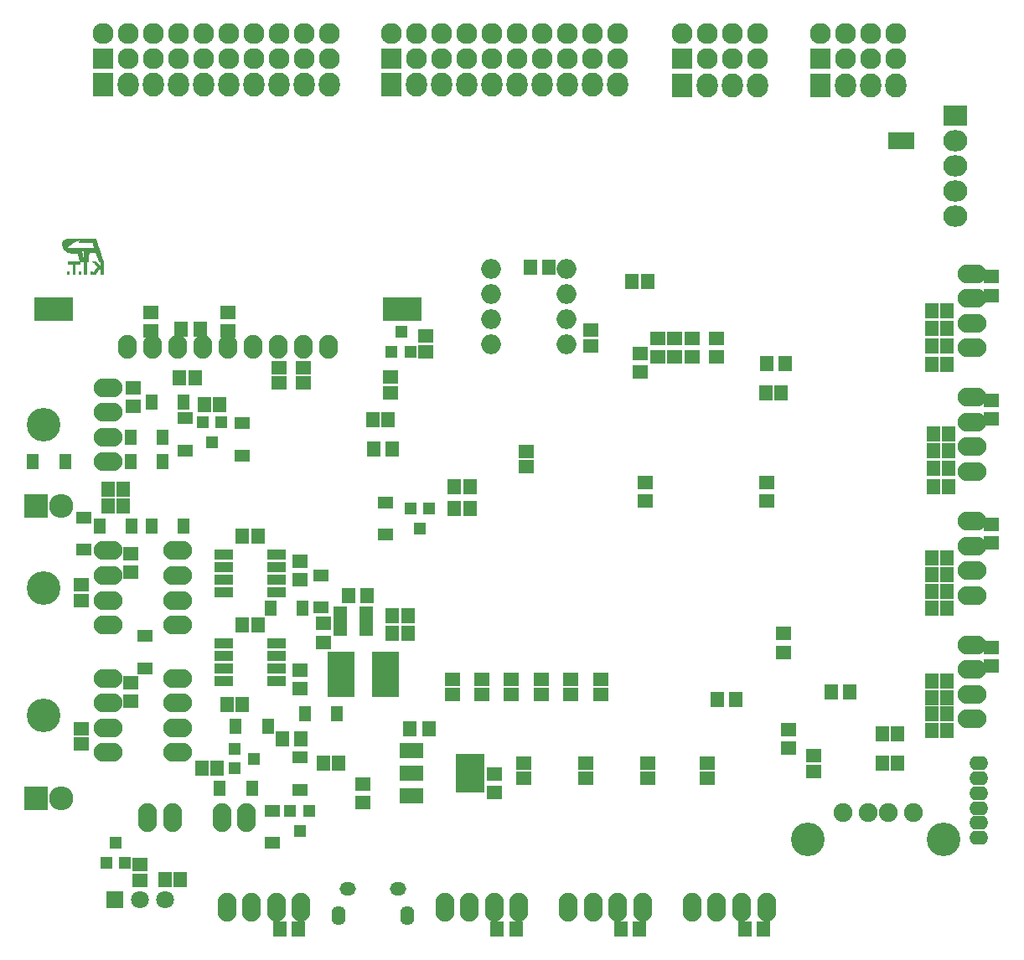
<source format=gbr>
G04 #@! TF.GenerationSoftware,KiCad,Pcbnew,(5.0.0)*
G04 #@! TF.CreationDate,2019-02-26T15:30:30+09:00*
G04 #@! TF.ProjectId,stm32f4_Centaurus,73746D333266345F43656E7461757275,rev?*
G04 #@! TF.SameCoordinates,Original*
G04 #@! TF.FileFunction,Soldermask,Bot*
G04 #@! TF.FilePolarity,Negative*
%FSLAX46Y46*%
G04 Gerber Fmt 4.6, Leading zero omitted, Abs format (unit mm)*
G04 Created by KiCad (PCBNEW (5.0.0)) date 02/26/19 15:30:30*
%MOMM*%
%LPD*%
G01*
G04 APERTURE LIST*
%ADD10C,0.010000*%
%ADD11O,2.900000X1.900000*%
%ADD12R,1.620000X1.310000*%
%ADD13R,1.600000X1.400000*%
%ADD14O,2.000000X2.000000*%
%ADD15O,2.127200X2.432000*%
%ADD16R,2.127200X2.432000*%
%ADD17R,2.127200X2.127200*%
%ADD18O,2.127200X2.127200*%
%ADD19C,3.400000*%
%ADD20R,1.400000X1.600000*%
%ADD21R,1.310000X1.620000*%
%ADD22R,2.800000X4.600000*%
%ADD23O,1.924000X1.400000*%
%ADD24C,1.901140*%
%ADD25C,3.399740*%
%ADD26R,2.400000X1.600000*%
%ADD27R,2.900000X3.900000*%
%ADD28O,1.650000X1.350000*%
%ADD29O,1.400000X1.950000*%
%ADD30O,1.900000X2.900000*%
%ADD31O,2.432000X2.127200*%
%ADD32R,2.432000X2.127200*%
%ADD33R,1.200100X1.200100*%
%ADD34R,1.400760X1.090880*%
%ADD35R,1.950000X1.000000*%
%ADD36R,2.432000X2.432000*%
%ADD37O,2.432000X2.432000*%
%ADD38R,1.365200X1.670000*%
%ADD39O,1.900000X2.400000*%
%ADD40R,3.900000X2.400000*%
%ADD41R,1.797000X1.797000*%
%ADD42C,1.797000*%
G04 APERTURE END LIST*
D10*
G04 #@! TO.C,U10*
G36*
X60353264Y-66966375D02*
X60261575Y-66966446D01*
X60174218Y-66966636D01*
X60092029Y-66966939D01*
X60015845Y-66967347D01*
X59946504Y-66967851D01*
X59884843Y-66968443D01*
X59831699Y-66969117D01*
X59787909Y-66969863D01*
X59754309Y-66970674D01*
X59731738Y-66971542D01*
X59721637Y-66972350D01*
X59695126Y-66976427D01*
X59668508Y-66980397D01*
X59655459Y-66982280D01*
X59622039Y-66989215D01*
X59582223Y-67000859D01*
X59540539Y-67015633D01*
X59501515Y-67031956D01*
X59474777Y-67045333D01*
X59421867Y-67081802D01*
X59376174Y-67127687D01*
X59338800Y-67181379D01*
X59310847Y-67241270D01*
X59293417Y-67305753D01*
X59292459Y-67311374D01*
X59289132Y-67331830D01*
X59971293Y-67333434D01*
X60653455Y-67335038D01*
X60680153Y-67413822D01*
X60688670Y-67438922D01*
X60700551Y-67473882D01*
X60715091Y-67516631D01*
X60731584Y-67565098D01*
X60749327Y-67617212D01*
X60767614Y-67670902D01*
X60779880Y-67706899D01*
X60796669Y-67756202D01*
X60812100Y-67801592D01*
X60825717Y-67841722D01*
X60837065Y-67875248D01*
X60845689Y-67900824D01*
X60851132Y-67917105D01*
X60852944Y-67922741D01*
X60846736Y-67922890D01*
X60828474Y-67923048D01*
X60798708Y-67923215D01*
X60757990Y-67923389D01*
X60706871Y-67923569D01*
X60645901Y-67923754D01*
X60575632Y-67923942D01*
X60496614Y-67924133D01*
X60409399Y-67924326D01*
X60314538Y-67924518D01*
X60212581Y-67924710D01*
X60104080Y-67924899D01*
X59989586Y-67925085D01*
X59869650Y-67925266D01*
X59744822Y-67925442D01*
X59615654Y-67925611D01*
X59482697Y-67925771D01*
X59374987Y-67925892D01*
X59239418Y-67926023D01*
X59107200Y-67926120D01*
X58978886Y-67926182D01*
X58855027Y-67926212D01*
X58736172Y-67926210D01*
X58622874Y-67926177D01*
X58515684Y-67926113D01*
X58415152Y-67926019D01*
X58321829Y-67925897D01*
X58236267Y-67925746D01*
X58159016Y-67925569D01*
X58090628Y-67925365D01*
X58031653Y-67925135D01*
X57982643Y-67924881D01*
X57944148Y-67924603D01*
X57916721Y-67924301D01*
X57900911Y-67923978D01*
X57896997Y-67923706D01*
X57901892Y-67917800D01*
X57915853Y-67905250D01*
X57937798Y-67886884D01*
X57966643Y-67863535D01*
X58001307Y-67836031D01*
X58040705Y-67805202D01*
X58083754Y-67771880D01*
X58129372Y-67736895D01*
X58176476Y-67701076D01*
X58223982Y-67665254D01*
X58270808Y-67630259D01*
X58315870Y-67596921D01*
X58358085Y-67566071D01*
X58396371Y-67538539D01*
X58429644Y-67515155D01*
X58432729Y-67513025D01*
X58477258Y-67482873D01*
X58528514Y-67449057D01*
X58583827Y-67413268D01*
X58640526Y-67377200D01*
X58695941Y-67342547D01*
X58747401Y-67311000D01*
X58792235Y-67284254D01*
X58807742Y-67275265D01*
X58842268Y-67255999D01*
X58883109Y-67234070D01*
X58927820Y-67210710D01*
X58973957Y-67187154D01*
X59019075Y-67164632D01*
X59060730Y-67144379D01*
X59096478Y-67127627D01*
X59123873Y-67115609D01*
X59126029Y-67114727D01*
X59148628Y-67105448D01*
X59167995Y-67097286D01*
X59179603Y-67092161D01*
X59210474Y-67078902D01*
X59249081Y-67064392D01*
X59293234Y-67049263D01*
X59340746Y-67034143D01*
X59389427Y-67019665D01*
X59437089Y-67006457D01*
X59481543Y-66995150D01*
X59520602Y-66986375D01*
X59552076Y-66980763D01*
X59572706Y-66978933D01*
X59586330Y-66977102D01*
X59592410Y-66972664D01*
X59592431Y-66972359D01*
X59586286Y-66971259D01*
X59568476Y-66970296D01*
X59539943Y-66969466D01*
X59501627Y-66968765D01*
X59454469Y-66968189D01*
X59399409Y-66967735D01*
X59337388Y-66967399D01*
X59269346Y-66967177D01*
X59196225Y-66967064D01*
X59118964Y-66967058D01*
X59038504Y-66967155D01*
X58955787Y-66967350D01*
X58871752Y-66967639D01*
X58787340Y-66968020D01*
X58703492Y-66968488D01*
X58621148Y-66969039D01*
X58541248Y-66969670D01*
X58464735Y-66970377D01*
X58392547Y-66971155D01*
X58325626Y-66972002D01*
X58264913Y-66972913D01*
X58211347Y-66973884D01*
X58165870Y-66974912D01*
X58129421Y-66975993D01*
X58102943Y-66977122D01*
X58087375Y-66978297D01*
X58086079Y-66978471D01*
X58008678Y-66992962D01*
X57934563Y-67012585D01*
X57865623Y-67036604D01*
X57803749Y-67064285D01*
X57750829Y-67094890D01*
X57713060Y-67123753D01*
X57669398Y-67170950D01*
X57633938Y-67226647D01*
X57607588Y-67289065D01*
X57591254Y-67356423D01*
X57589932Y-67365319D01*
X57587626Y-67390502D01*
X57586241Y-67423288D01*
X57585778Y-67459631D01*
X57586238Y-67495487D01*
X57587622Y-67526810D01*
X57589895Y-67549330D01*
X57607632Y-67634435D01*
X57633369Y-67720763D01*
X57666013Y-67805951D01*
X57704474Y-67887635D01*
X57747659Y-67963451D01*
X57794475Y-68031034D01*
X57833977Y-68077764D01*
X57888378Y-68129225D01*
X57952887Y-68177873D01*
X58028473Y-68224399D01*
X58073594Y-68248555D01*
X58134831Y-68278317D01*
X58192432Y-68302637D01*
X58249862Y-68322632D01*
X58310584Y-68339418D01*
X58378062Y-68354115D01*
X58430212Y-68363594D01*
X58446999Y-68366112D01*
X58466390Y-68368280D01*
X58489550Y-68370142D01*
X58517643Y-68371739D01*
X58551835Y-68373113D01*
X58593289Y-68374308D01*
X58643170Y-68375364D01*
X58702641Y-68376326D01*
X58772869Y-68377235D01*
X58819715Y-68377762D01*
X59146825Y-68381291D01*
X59179749Y-68504194D01*
X59192899Y-68553462D01*
X59207833Y-68609731D01*
X59224076Y-68671179D01*
X59241149Y-68735981D01*
X59258576Y-68802316D01*
X59275878Y-68868359D01*
X59292579Y-68932288D01*
X59308202Y-68992278D01*
X59322269Y-69046509D01*
X59334303Y-69093155D01*
X59343826Y-69130394D01*
X59347643Y-69145497D01*
X59368617Y-69229008D01*
X59582943Y-69229008D01*
X59797270Y-69229007D01*
X59797270Y-70480100D01*
X60017866Y-70480100D01*
X60017866Y-69229007D01*
X60119474Y-69229007D01*
X60221083Y-69229008D01*
X60224939Y-69161253D01*
X60225875Y-69139961D01*
X60226916Y-69107850D01*
X60228021Y-69066704D01*
X60229149Y-69018310D01*
X60230260Y-68964452D01*
X60231312Y-68906916D01*
X60232266Y-68847486D01*
X60232537Y-68828784D01*
X60233606Y-68758300D01*
X60234734Y-68699123D01*
X60236054Y-68649957D01*
X60237698Y-68609504D01*
X60239797Y-68576467D01*
X60242484Y-68549548D01*
X60245890Y-68527450D01*
X60250147Y-68508875D01*
X60255388Y-68492527D01*
X60261743Y-68477107D01*
X60269346Y-68461319D01*
X60270041Y-68459945D01*
X60298755Y-68415383D01*
X60335605Y-68379924D01*
X60375210Y-68355455D01*
X60395036Y-68345872D01*
X60413931Y-68337928D01*
X60433295Y-68331473D01*
X60454531Y-68326353D01*
X60479041Y-68322417D01*
X60508226Y-68319512D01*
X60543489Y-68317485D01*
X60586233Y-68316185D01*
X60637858Y-68315460D01*
X60699767Y-68315156D01*
X60746565Y-68315112D01*
X60985978Y-68315112D01*
X60994492Y-68335596D01*
X60998796Y-68347004D01*
X61006504Y-68368514D01*
X61016975Y-68398289D01*
X61029565Y-68434492D01*
X61043632Y-68475287D01*
X61056765Y-68513648D01*
X61073339Y-68562181D01*
X61092854Y-68619248D01*
X61114150Y-68681465D01*
X61136067Y-68745445D01*
X61157447Y-68807803D01*
X61177130Y-68865153D01*
X61177627Y-68866601D01*
X61203371Y-68941568D01*
X61225312Y-69005479D01*
X61243744Y-69059201D01*
X61258962Y-69103599D01*
X61271262Y-69139538D01*
X61280939Y-69167884D01*
X61288288Y-69189502D01*
X61293604Y-69205257D01*
X61297182Y-69216015D01*
X61299317Y-69222641D01*
X61300305Y-69226001D01*
X61300471Y-69226862D01*
X61306418Y-69227595D01*
X61322834Y-69228220D01*
X61347584Y-69228691D01*
X61378531Y-69228961D01*
X61398838Y-69229008D01*
X61436184Y-69229132D01*
X61462628Y-69229624D01*
X61479871Y-69230664D01*
X61489617Y-69232430D01*
X61493567Y-69235103D01*
X61493422Y-69238862D01*
X61493379Y-69238977D01*
X61492550Y-69247266D01*
X61491778Y-69266776D01*
X61491083Y-69296125D01*
X61490485Y-69333929D01*
X61490004Y-69378806D01*
X61489661Y-69429371D01*
X61489475Y-69484242D01*
X61489449Y-69508419D01*
X61489345Y-69767891D01*
X61402660Y-69679653D01*
X61377395Y-69653897D01*
X61345067Y-69620883D01*
X61307408Y-69582382D01*
X61266151Y-69540165D01*
X61223025Y-69496005D01*
X61179765Y-69451675D01*
X61147837Y-69418933D01*
X61109615Y-69379942D01*
X61073562Y-69343580D01*
X61040752Y-69310899D01*
X61012259Y-69282952D01*
X60989159Y-69260793D01*
X60972525Y-69245473D01*
X60963434Y-69238046D01*
X60962888Y-69237729D01*
X60951563Y-69234908D01*
X60930814Y-69232577D01*
X60902767Y-69230747D01*
X60869551Y-69229428D01*
X60833292Y-69228628D01*
X60796118Y-69228360D01*
X60760154Y-69228632D01*
X60727529Y-69229454D01*
X60700370Y-69230838D01*
X60680803Y-69232791D01*
X60670955Y-69235326D01*
X60670198Y-69236352D01*
X60674567Y-69241996D01*
X60687147Y-69255667D01*
X60707152Y-69276565D01*
X60733792Y-69303890D01*
X60766281Y-69336844D01*
X60803831Y-69374627D01*
X60845654Y-69416439D01*
X60890961Y-69461481D01*
X60933337Y-69503399D01*
X60988466Y-69557819D01*
X61035265Y-69604084D01*
X61074377Y-69642890D01*
X61106443Y-69674936D01*
X61132106Y-69700920D01*
X61152009Y-69721540D01*
X61166795Y-69737494D01*
X61177104Y-69749479D01*
X61183581Y-69758193D01*
X61186867Y-69764335D01*
X61187604Y-69768603D01*
X61186436Y-69771694D01*
X61184005Y-69774306D01*
X61183292Y-69774950D01*
X61174391Y-69784727D01*
X61160285Y-69802223D01*
X61143015Y-69824841D01*
X61126994Y-69846675D01*
X61104008Y-69878456D01*
X61078084Y-69914079D01*
X61053284Y-69947969D01*
X61042019Y-69963276D01*
X61021492Y-69991174D01*
X60996712Y-70024974D01*
X60970830Y-70060373D01*
X60947423Y-70092482D01*
X60924463Y-70124015D01*
X60900439Y-70156969D01*
X60878134Y-70187529D01*
X60860328Y-70211884D01*
X60859651Y-70212808D01*
X60842677Y-70236021D01*
X60820850Y-70265917D01*
X60796732Y-70298987D01*
X60772883Y-70331721D01*
X60767891Y-70338578D01*
X60746179Y-70368334D01*
X60725283Y-70396852D01*
X60707163Y-70421463D01*
X60693779Y-70439499D01*
X60690495Y-70443873D01*
X60679668Y-70460051D01*
X60673772Y-70472597D01*
X60673535Y-70477248D01*
X60681050Y-70479554D01*
X60698855Y-70481298D01*
X60724645Y-70482498D01*
X60756119Y-70483170D01*
X60790973Y-70483332D01*
X60826904Y-70483004D01*
X60861609Y-70482202D01*
X60892785Y-70480944D01*
X60918130Y-70479248D01*
X60935339Y-70477132D01*
X60941672Y-70475172D01*
X60949540Y-70466943D01*
X60962579Y-70451108D01*
X60978643Y-70430328D01*
X60988491Y-70417072D01*
X61009405Y-70388539D01*
X61032291Y-70357372D01*
X61053028Y-70329183D01*
X61057930Y-70322531D01*
X61071644Y-70303832D01*
X61091045Y-70277242D01*
X61114440Y-70245088D01*
X61140136Y-70209698D01*
X61166439Y-70173401D01*
X61171830Y-70165953D01*
X61214407Y-70107128D01*
X61250102Y-70057854D01*
X61279405Y-70017459D01*
X61302805Y-69985268D01*
X61320792Y-69960608D01*
X61333856Y-69942805D01*
X61341855Y-69932026D01*
X61354877Y-69914649D01*
X61425366Y-69982195D01*
X61495856Y-70049741D01*
X61495856Y-70476948D01*
X61722754Y-70476948D01*
X61722754Y-69237787D01*
X61570914Y-68787479D01*
X61544997Y-68710633D01*
X61519098Y-68633865D01*
X61493675Y-68558535D01*
X61469190Y-68486005D01*
X61446100Y-68417636D01*
X61424866Y-68354787D01*
X61405947Y-68298820D01*
X61389803Y-68251096D01*
X61376894Y-68212975D01*
X61375763Y-68209638D01*
X59900599Y-68209638D01*
X59874691Y-68247789D01*
X59859557Y-68272675D01*
X59843363Y-68303392D01*
X59829267Y-68333891D01*
X59827478Y-68338199D01*
X59819421Y-68358336D01*
X59812516Y-68377001D01*
X59806669Y-68395327D01*
X59801789Y-68414446D01*
X59797782Y-68435492D01*
X59794556Y-68459595D01*
X59792018Y-68487888D01*
X59790076Y-68521503D01*
X59788637Y-68561574D01*
X59787608Y-68609231D01*
X59786896Y-68665608D01*
X59786410Y-68731837D01*
X59786055Y-68809049D01*
X59785920Y-68846096D01*
X59785634Y-68911934D01*
X59785257Y-68973851D01*
X59784805Y-69030727D01*
X59784291Y-69081441D01*
X59783729Y-69124875D01*
X59783133Y-69159906D01*
X59782517Y-69185416D01*
X59781896Y-69200283D01*
X59781433Y-69203776D01*
X59778678Y-69198085D01*
X59773916Y-69182772D01*
X59767937Y-69160508D01*
X59764230Y-69145497D01*
X59757733Y-69118948D01*
X59748952Y-69083854D01*
X59738810Y-69043863D01*
X59728229Y-69002620D01*
X59722381Y-68980050D01*
X59711369Y-68937729D01*
X59699652Y-68892703D01*
X59688348Y-68849265D01*
X59678573Y-68811710D01*
X59674814Y-68797271D01*
X59654670Y-68720368D01*
X59632156Y-68635265D01*
X59608316Y-68545895D01*
X59586095Y-68463226D01*
X59577600Y-68431584D01*
X59566700Y-68390742D01*
X59554190Y-68343693D01*
X59540864Y-68293431D01*
X59527519Y-68242948D01*
X59519957Y-68214268D01*
X59507680Y-68167749D01*
X59495602Y-68122156D01*
X59484355Y-68079866D01*
X59474574Y-68043253D01*
X59466889Y-68014696D01*
X59462920Y-68000128D01*
X59456506Y-67976166D01*
X59451837Y-67957435D01*
X59449603Y-67946765D01*
X59449568Y-67945354D01*
X59453743Y-67949355D01*
X59463781Y-67961205D01*
X59477884Y-67978746D01*
X59485436Y-67988382D01*
X59542918Y-68053137D01*
X59606012Y-68107012D01*
X59674238Y-68149728D01*
X59747117Y-68181009D01*
X59824171Y-68200577D01*
X59859671Y-68205445D01*
X59900599Y-68209638D01*
X61375763Y-68209638D01*
X61369851Y-68192209D01*
X61335128Y-68089997D01*
X61302444Y-67993875D01*
X61272121Y-67904797D01*
X61244486Y-67823713D01*
X61219861Y-67751575D01*
X61198572Y-67689334D01*
X61180943Y-67637943D01*
X61178647Y-67631266D01*
X61169060Y-67603318D01*
X61156057Y-67565299D01*
X61140275Y-67519075D01*
X61122350Y-67466514D01*
X61102919Y-67409480D01*
X61082616Y-67349840D01*
X61062080Y-67289459D01*
X61052638Y-67261681D01*
X61033569Y-67205731D01*
X61015536Y-67153139D01*
X60998983Y-67105175D01*
X60984353Y-67063113D01*
X60972090Y-67028222D01*
X60962639Y-67001776D01*
X60956442Y-66985045D01*
X60954196Y-66979634D01*
X60947075Y-66966328D01*
X60353264Y-66966375D01*
X60353264Y-66966375D01*
G37*
X60353264Y-66966375D02*
X60261575Y-66966446D01*
X60174218Y-66966636D01*
X60092029Y-66966939D01*
X60015845Y-66967347D01*
X59946504Y-66967851D01*
X59884843Y-66968443D01*
X59831699Y-66969117D01*
X59787909Y-66969863D01*
X59754309Y-66970674D01*
X59731738Y-66971542D01*
X59721637Y-66972350D01*
X59695126Y-66976427D01*
X59668508Y-66980397D01*
X59655459Y-66982280D01*
X59622039Y-66989215D01*
X59582223Y-67000859D01*
X59540539Y-67015633D01*
X59501515Y-67031956D01*
X59474777Y-67045333D01*
X59421867Y-67081802D01*
X59376174Y-67127687D01*
X59338800Y-67181379D01*
X59310847Y-67241270D01*
X59293417Y-67305753D01*
X59292459Y-67311374D01*
X59289132Y-67331830D01*
X59971293Y-67333434D01*
X60653455Y-67335038D01*
X60680153Y-67413822D01*
X60688670Y-67438922D01*
X60700551Y-67473882D01*
X60715091Y-67516631D01*
X60731584Y-67565098D01*
X60749327Y-67617212D01*
X60767614Y-67670902D01*
X60779880Y-67706899D01*
X60796669Y-67756202D01*
X60812100Y-67801592D01*
X60825717Y-67841722D01*
X60837065Y-67875248D01*
X60845689Y-67900824D01*
X60851132Y-67917105D01*
X60852944Y-67922741D01*
X60846736Y-67922890D01*
X60828474Y-67923048D01*
X60798708Y-67923215D01*
X60757990Y-67923389D01*
X60706871Y-67923569D01*
X60645901Y-67923754D01*
X60575632Y-67923942D01*
X60496614Y-67924133D01*
X60409399Y-67924326D01*
X60314538Y-67924518D01*
X60212581Y-67924710D01*
X60104080Y-67924899D01*
X59989586Y-67925085D01*
X59869650Y-67925266D01*
X59744822Y-67925442D01*
X59615654Y-67925611D01*
X59482697Y-67925771D01*
X59374987Y-67925892D01*
X59239418Y-67926023D01*
X59107200Y-67926120D01*
X58978886Y-67926182D01*
X58855027Y-67926212D01*
X58736172Y-67926210D01*
X58622874Y-67926177D01*
X58515684Y-67926113D01*
X58415152Y-67926019D01*
X58321829Y-67925897D01*
X58236267Y-67925746D01*
X58159016Y-67925569D01*
X58090628Y-67925365D01*
X58031653Y-67925135D01*
X57982643Y-67924881D01*
X57944148Y-67924603D01*
X57916721Y-67924301D01*
X57900911Y-67923978D01*
X57896997Y-67923706D01*
X57901892Y-67917800D01*
X57915853Y-67905250D01*
X57937798Y-67886884D01*
X57966643Y-67863535D01*
X58001307Y-67836031D01*
X58040705Y-67805202D01*
X58083754Y-67771880D01*
X58129372Y-67736895D01*
X58176476Y-67701076D01*
X58223982Y-67665254D01*
X58270808Y-67630259D01*
X58315870Y-67596921D01*
X58358085Y-67566071D01*
X58396371Y-67538539D01*
X58429644Y-67515155D01*
X58432729Y-67513025D01*
X58477258Y-67482873D01*
X58528514Y-67449057D01*
X58583827Y-67413268D01*
X58640526Y-67377200D01*
X58695941Y-67342547D01*
X58747401Y-67311000D01*
X58792235Y-67284254D01*
X58807742Y-67275265D01*
X58842268Y-67255999D01*
X58883109Y-67234070D01*
X58927820Y-67210710D01*
X58973957Y-67187154D01*
X59019075Y-67164632D01*
X59060730Y-67144379D01*
X59096478Y-67127627D01*
X59123873Y-67115609D01*
X59126029Y-67114727D01*
X59148628Y-67105448D01*
X59167995Y-67097286D01*
X59179603Y-67092161D01*
X59210474Y-67078902D01*
X59249081Y-67064392D01*
X59293234Y-67049263D01*
X59340746Y-67034143D01*
X59389427Y-67019665D01*
X59437089Y-67006457D01*
X59481543Y-66995150D01*
X59520602Y-66986375D01*
X59552076Y-66980763D01*
X59572706Y-66978933D01*
X59586330Y-66977102D01*
X59592410Y-66972664D01*
X59592431Y-66972359D01*
X59586286Y-66971259D01*
X59568476Y-66970296D01*
X59539943Y-66969466D01*
X59501627Y-66968765D01*
X59454469Y-66968189D01*
X59399409Y-66967735D01*
X59337388Y-66967399D01*
X59269346Y-66967177D01*
X59196225Y-66967064D01*
X59118964Y-66967058D01*
X59038504Y-66967155D01*
X58955787Y-66967350D01*
X58871752Y-66967639D01*
X58787340Y-66968020D01*
X58703492Y-66968488D01*
X58621148Y-66969039D01*
X58541248Y-66969670D01*
X58464735Y-66970377D01*
X58392547Y-66971155D01*
X58325626Y-66972002D01*
X58264913Y-66972913D01*
X58211347Y-66973884D01*
X58165870Y-66974912D01*
X58129421Y-66975993D01*
X58102943Y-66977122D01*
X58087375Y-66978297D01*
X58086079Y-66978471D01*
X58008678Y-66992962D01*
X57934563Y-67012585D01*
X57865623Y-67036604D01*
X57803749Y-67064285D01*
X57750829Y-67094890D01*
X57713060Y-67123753D01*
X57669398Y-67170950D01*
X57633938Y-67226647D01*
X57607588Y-67289065D01*
X57591254Y-67356423D01*
X57589932Y-67365319D01*
X57587626Y-67390502D01*
X57586241Y-67423288D01*
X57585778Y-67459631D01*
X57586238Y-67495487D01*
X57587622Y-67526810D01*
X57589895Y-67549330D01*
X57607632Y-67634435D01*
X57633369Y-67720763D01*
X57666013Y-67805951D01*
X57704474Y-67887635D01*
X57747659Y-67963451D01*
X57794475Y-68031034D01*
X57833977Y-68077764D01*
X57888378Y-68129225D01*
X57952887Y-68177873D01*
X58028473Y-68224399D01*
X58073594Y-68248555D01*
X58134831Y-68278317D01*
X58192432Y-68302637D01*
X58249862Y-68322632D01*
X58310584Y-68339418D01*
X58378062Y-68354115D01*
X58430212Y-68363594D01*
X58446999Y-68366112D01*
X58466390Y-68368280D01*
X58489550Y-68370142D01*
X58517643Y-68371739D01*
X58551835Y-68373113D01*
X58593289Y-68374308D01*
X58643170Y-68375364D01*
X58702641Y-68376326D01*
X58772869Y-68377235D01*
X58819715Y-68377762D01*
X59146825Y-68381291D01*
X59179749Y-68504194D01*
X59192899Y-68553462D01*
X59207833Y-68609731D01*
X59224076Y-68671179D01*
X59241149Y-68735981D01*
X59258576Y-68802316D01*
X59275878Y-68868359D01*
X59292579Y-68932288D01*
X59308202Y-68992278D01*
X59322269Y-69046509D01*
X59334303Y-69093155D01*
X59343826Y-69130394D01*
X59347643Y-69145497D01*
X59368617Y-69229008D01*
X59582943Y-69229008D01*
X59797270Y-69229007D01*
X59797270Y-70480100D01*
X60017866Y-70480100D01*
X60017866Y-69229007D01*
X60119474Y-69229007D01*
X60221083Y-69229008D01*
X60224939Y-69161253D01*
X60225875Y-69139961D01*
X60226916Y-69107850D01*
X60228021Y-69066704D01*
X60229149Y-69018310D01*
X60230260Y-68964452D01*
X60231312Y-68906916D01*
X60232266Y-68847486D01*
X60232537Y-68828784D01*
X60233606Y-68758300D01*
X60234734Y-68699123D01*
X60236054Y-68649957D01*
X60237698Y-68609504D01*
X60239797Y-68576467D01*
X60242484Y-68549548D01*
X60245890Y-68527450D01*
X60250147Y-68508875D01*
X60255388Y-68492527D01*
X60261743Y-68477107D01*
X60269346Y-68461319D01*
X60270041Y-68459945D01*
X60298755Y-68415383D01*
X60335605Y-68379924D01*
X60375210Y-68355455D01*
X60395036Y-68345872D01*
X60413931Y-68337928D01*
X60433295Y-68331473D01*
X60454531Y-68326353D01*
X60479041Y-68322417D01*
X60508226Y-68319512D01*
X60543489Y-68317485D01*
X60586233Y-68316185D01*
X60637858Y-68315460D01*
X60699767Y-68315156D01*
X60746565Y-68315112D01*
X60985978Y-68315112D01*
X60994492Y-68335596D01*
X60998796Y-68347004D01*
X61006504Y-68368514D01*
X61016975Y-68398289D01*
X61029565Y-68434492D01*
X61043632Y-68475287D01*
X61056765Y-68513648D01*
X61073339Y-68562181D01*
X61092854Y-68619248D01*
X61114150Y-68681465D01*
X61136067Y-68745445D01*
X61157447Y-68807803D01*
X61177130Y-68865153D01*
X61177627Y-68866601D01*
X61203371Y-68941568D01*
X61225312Y-69005479D01*
X61243744Y-69059201D01*
X61258962Y-69103599D01*
X61271262Y-69139538D01*
X61280939Y-69167884D01*
X61288288Y-69189502D01*
X61293604Y-69205257D01*
X61297182Y-69216015D01*
X61299317Y-69222641D01*
X61300305Y-69226001D01*
X61300471Y-69226862D01*
X61306418Y-69227595D01*
X61322834Y-69228220D01*
X61347584Y-69228691D01*
X61378531Y-69228961D01*
X61398838Y-69229008D01*
X61436184Y-69229132D01*
X61462628Y-69229624D01*
X61479871Y-69230664D01*
X61489617Y-69232430D01*
X61493567Y-69235103D01*
X61493422Y-69238862D01*
X61493379Y-69238977D01*
X61492550Y-69247266D01*
X61491778Y-69266776D01*
X61491083Y-69296125D01*
X61490485Y-69333929D01*
X61490004Y-69378806D01*
X61489661Y-69429371D01*
X61489475Y-69484242D01*
X61489449Y-69508419D01*
X61489345Y-69767891D01*
X61402660Y-69679653D01*
X61377395Y-69653897D01*
X61345067Y-69620883D01*
X61307408Y-69582382D01*
X61266151Y-69540165D01*
X61223025Y-69496005D01*
X61179765Y-69451675D01*
X61147837Y-69418933D01*
X61109615Y-69379942D01*
X61073562Y-69343580D01*
X61040752Y-69310899D01*
X61012259Y-69282952D01*
X60989159Y-69260793D01*
X60972525Y-69245473D01*
X60963434Y-69238046D01*
X60962888Y-69237729D01*
X60951563Y-69234908D01*
X60930814Y-69232577D01*
X60902767Y-69230747D01*
X60869551Y-69229428D01*
X60833292Y-69228628D01*
X60796118Y-69228360D01*
X60760154Y-69228632D01*
X60727529Y-69229454D01*
X60700370Y-69230838D01*
X60680803Y-69232791D01*
X60670955Y-69235326D01*
X60670198Y-69236352D01*
X60674567Y-69241996D01*
X60687147Y-69255667D01*
X60707152Y-69276565D01*
X60733792Y-69303890D01*
X60766281Y-69336844D01*
X60803831Y-69374627D01*
X60845654Y-69416439D01*
X60890961Y-69461481D01*
X60933337Y-69503399D01*
X60988466Y-69557819D01*
X61035265Y-69604084D01*
X61074377Y-69642890D01*
X61106443Y-69674936D01*
X61132106Y-69700920D01*
X61152009Y-69721540D01*
X61166795Y-69737494D01*
X61177104Y-69749479D01*
X61183581Y-69758193D01*
X61186867Y-69764335D01*
X61187604Y-69768603D01*
X61186436Y-69771694D01*
X61184005Y-69774306D01*
X61183292Y-69774950D01*
X61174391Y-69784727D01*
X61160285Y-69802223D01*
X61143015Y-69824841D01*
X61126994Y-69846675D01*
X61104008Y-69878456D01*
X61078084Y-69914079D01*
X61053284Y-69947969D01*
X61042019Y-69963276D01*
X61021492Y-69991174D01*
X60996712Y-70024974D01*
X60970830Y-70060373D01*
X60947423Y-70092482D01*
X60924463Y-70124015D01*
X60900439Y-70156969D01*
X60878134Y-70187529D01*
X60860328Y-70211884D01*
X60859651Y-70212808D01*
X60842677Y-70236021D01*
X60820850Y-70265917D01*
X60796732Y-70298987D01*
X60772883Y-70331721D01*
X60767891Y-70338578D01*
X60746179Y-70368334D01*
X60725283Y-70396852D01*
X60707163Y-70421463D01*
X60693779Y-70439499D01*
X60690495Y-70443873D01*
X60679668Y-70460051D01*
X60673772Y-70472597D01*
X60673535Y-70477248D01*
X60681050Y-70479554D01*
X60698855Y-70481298D01*
X60724645Y-70482498D01*
X60756119Y-70483170D01*
X60790973Y-70483332D01*
X60826904Y-70483004D01*
X60861609Y-70482202D01*
X60892785Y-70480944D01*
X60918130Y-70479248D01*
X60935339Y-70477132D01*
X60941672Y-70475172D01*
X60949540Y-70466943D01*
X60962579Y-70451108D01*
X60978643Y-70430328D01*
X60988491Y-70417072D01*
X61009405Y-70388539D01*
X61032291Y-70357372D01*
X61053028Y-70329183D01*
X61057930Y-70322531D01*
X61071644Y-70303832D01*
X61091045Y-70277242D01*
X61114440Y-70245088D01*
X61140136Y-70209698D01*
X61166439Y-70173401D01*
X61171830Y-70165953D01*
X61214407Y-70107128D01*
X61250102Y-70057854D01*
X61279405Y-70017459D01*
X61302805Y-69985268D01*
X61320792Y-69960608D01*
X61333856Y-69942805D01*
X61341855Y-69932026D01*
X61354877Y-69914649D01*
X61425366Y-69982195D01*
X61495856Y-70049741D01*
X61495856Y-70476948D01*
X61722754Y-70476948D01*
X61722754Y-69237787D01*
X61570914Y-68787479D01*
X61544997Y-68710633D01*
X61519098Y-68633865D01*
X61493675Y-68558535D01*
X61469190Y-68486005D01*
X61446100Y-68417636D01*
X61424866Y-68354787D01*
X61405947Y-68298820D01*
X61389803Y-68251096D01*
X61376894Y-68212975D01*
X61375763Y-68209638D01*
X59900599Y-68209638D01*
X59874691Y-68247789D01*
X59859557Y-68272675D01*
X59843363Y-68303392D01*
X59829267Y-68333891D01*
X59827478Y-68338199D01*
X59819421Y-68358336D01*
X59812516Y-68377001D01*
X59806669Y-68395327D01*
X59801789Y-68414446D01*
X59797782Y-68435492D01*
X59794556Y-68459595D01*
X59792018Y-68487888D01*
X59790076Y-68521503D01*
X59788637Y-68561574D01*
X59787608Y-68609231D01*
X59786896Y-68665608D01*
X59786410Y-68731837D01*
X59786055Y-68809049D01*
X59785920Y-68846096D01*
X59785634Y-68911934D01*
X59785257Y-68973851D01*
X59784805Y-69030727D01*
X59784291Y-69081441D01*
X59783729Y-69124875D01*
X59783133Y-69159906D01*
X59782517Y-69185416D01*
X59781896Y-69200283D01*
X59781433Y-69203776D01*
X59778678Y-69198085D01*
X59773916Y-69182772D01*
X59767937Y-69160508D01*
X59764230Y-69145497D01*
X59757733Y-69118948D01*
X59748952Y-69083854D01*
X59738810Y-69043863D01*
X59728229Y-69002620D01*
X59722381Y-68980050D01*
X59711369Y-68937729D01*
X59699652Y-68892703D01*
X59688348Y-68849265D01*
X59678573Y-68811710D01*
X59674814Y-68797271D01*
X59654670Y-68720368D01*
X59632156Y-68635265D01*
X59608316Y-68545895D01*
X59586095Y-68463226D01*
X59577600Y-68431584D01*
X59566700Y-68390742D01*
X59554190Y-68343693D01*
X59540864Y-68293431D01*
X59527519Y-68242948D01*
X59519957Y-68214268D01*
X59507680Y-68167749D01*
X59495602Y-68122156D01*
X59484355Y-68079866D01*
X59474574Y-68043253D01*
X59466889Y-68014696D01*
X59462920Y-68000128D01*
X59456506Y-67976166D01*
X59451837Y-67957435D01*
X59449603Y-67946765D01*
X59449568Y-67945354D01*
X59453743Y-67949355D01*
X59463781Y-67961205D01*
X59477884Y-67978746D01*
X59485436Y-67988382D01*
X59542918Y-68053137D01*
X59606012Y-68107012D01*
X59674238Y-68149728D01*
X59747117Y-68181009D01*
X59824171Y-68200577D01*
X59859671Y-68205445D01*
X59900599Y-68209638D01*
X61375763Y-68209638D01*
X61369851Y-68192209D01*
X61335128Y-68089997D01*
X61302444Y-67993875D01*
X61272121Y-67904797D01*
X61244486Y-67823713D01*
X61219861Y-67751575D01*
X61198572Y-67689334D01*
X61180943Y-67637943D01*
X61178647Y-67631266D01*
X61169060Y-67603318D01*
X61156057Y-67565299D01*
X61140275Y-67519075D01*
X61122350Y-67466514D01*
X61102919Y-67409480D01*
X61082616Y-67349840D01*
X61062080Y-67289459D01*
X61052638Y-67261681D01*
X61033569Y-67205731D01*
X61015536Y-67153139D01*
X60998983Y-67105175D01*
X60984353Y-67063113D01*
X60972090Y-67028222D01*
X60962639Y-67001776D01*
X60956442Y-66985045D01*
X60954196Y-66979634D01*
X60947075Y-66966328D01*
X60353264Y-66966375D01*
G36*
X60424125Y-70483251D02*
X60651556Y-70483251D01*
X60649848Y-70358772D01*
X60648139Y-70234293D01*
X60427543Y-70234293D01*
X60424125Y-70483251D01*
X60424125Y-70483251D01*
G37*
X60424125Y-70483251D02*
X60651556Y-70483251D01*
X60649848Y-70358772D01*
X60648139Y-70234293D01*
X60427543Y-70234293D01*
X60424125Y-70483251D01*
G36*
X59245781Y-70483251D02*
X59359428Y-70483251D01*
X59402419Y-70483030D01*
X59434168Y-70482306D01*
X59456031Y-70480984D01*
X59469365Y-70478970D01*
X59475526Y-70476170D01*
X59476180Y-70475161D01*
X59477087Y-70466491D01*
X59477697Y-70447404D01*
X59477983Y-70420082D01*
X59477922Y-70386709D01*
X59477558Y-70353833D01*
X59475831Y-70240596D01*
X59245781Y-70237160D01*
X59245781Y-70483251D01*
X59245781Y-70483251D01*
G37*
X59245781Y-70483251D02*
X59359428Y-70483251D01*
X59402419Y-70483030D01*
X59434168Y-70482306D01*
X59456031Y-70480984D01*
X59469365Y-70478970D01*
X59475526Y-70476170D01*
X59476180Y-70475161D01*
X59477087Y-70466491D01*
X59477697Y-70447404D01*
X59477983Y-70420082D01*
X59477922Y-70386709D01*
X59477558Y-70353833D01*
X59475831Y-70240596D01*
X59245781Y-70237160D01*
X59245781Y-70483251D01*
G36*
X58771501Y-69230551D02*
X58183771Y-69232159D01*
X58183771Y-69465360D01*
X58418548Y-69467013D01*
X58653325Y-69468665D01*
X58653325Y-69968395D01*
X58653370Y-70064941D01*
X58653513Y-70149511D01*
X58653763Y-70222734D01*
X58654129Y-70285239D01*
X58654620Y-70337655D01*
X58655246Y-70380610D01*
X58656016Y-70414734D01*
X58656940Y-70440656D01*
X58658027Y-70459004D01*
X58659287Y-70470408D01*
X58660728Y-70475496D01*
X58660888Y-70475688D01*
X58669422Y-70478920D01*
X58688092Y-70481220D01*
X58717651Y-70482638D01*
X58758853Y-70483227D01*
X58770964Y-70483251D01*
X58809271Y-70483150D01*
X58836888Y-70482703D01*
X58855730Y-70481696D01*
X58867709Y-70479916D01*
X58874742Y-70477148D01*
X58878742Y-70473179D01*
X58880001Y-70471060D01*
X58881400Y-70461991D01*
X58882631Y-70440340D01*
X58883694Y-70406131D01*
X58884588Y-70359385D01*
X58885314Y-70300126D01*
X58885870Y-70228375D01*
X58886257Y-70144157D01*
X58886474Y-70047494D01*
X58886526Y-69963690D01*
X58886526Y-69468511D01*
X59113874Y-69468511D01*
X59175101Y-69468439D01*
X59224892Y-69468192D01*
X59264415Y-69467725D01*
X59294838Y-69466995D01*
X59317331Y-69465956D01*
X59333061Y-69464564D01*
X59343197Y-69462776D01*
X59348908Y-69460545D01*
X59350227Y-69459508D01*
X59353634Y-69453512D01*
X59356110Y-69442257D01*
X59357778Y-69424096D01*
X59358764Y-69397381D01*
X59359189Y-69360467D01*
X59359230Y-69339723D01*
X59359230Y-69228943D01*
X58771501Y-69230551D01*
X58771501Y-69230551D01*
G37*
X58771501Y-69230551D02*
X58183771Y-69232159D01*
X58183771Y-69465360D01*
X58418548Y-69467013D01*
X58653325Y-69468665D01*
X58653325Y-69968395D01*
X58653370Y-70064941D01*
X58653513Y-70149511D01*
X58653763Y-70222734D01*
X58654129Y-70285239D01*
X58654620Y-70337655D01*
X58655246Y-70380610D01*
X58656016Y-70414734D01*
X58656940Y-70440656D01*
X58658027Y-70459004D01*
X58659287Y-70470408D01*
X58660728Y-70475496D01*
X58660888Y-70475688D01*
X58669422Y-70478920D01*
X58688092Y-70481220D01*
X58717651Y-70482638D01*
X58758853Y-70483227D01*
X58770964Y-70483251D01*
X58809271Y-70483150D01*
X58836888Y-70482703D01*
X58855730Y-70481696D01*
X58867709Y-70479916D01*
X58874742Y-70477148D01*
X58878742Y-70473179D01*
X58880001Y-70471060D01*
X58881400Y-70461991D01*
X58882631Y-70440340D01*
X58883694Y-70406131D01*
X58884588Y-70359385D01*
X58885314Y-70300126D01*
X58885870Y-70228375D01*
X58886257Y-70144157D01*
X58886474Y-70047494D01*
X58886526Y-69963690D01*
X58886526Y-69468511D01*
X59113874Y-69468511D01*
X59175101Y-69468439D01*
X59224892Y-69468192D01*
X59264415Y-69467725D01*
X59294838Y-69466995D01*
X59317331Y-69465956D01*
X59333061Y-69464564D01*
X59343197Y-69462776D01*
X59348908Y-69460545D01*
X59350227Y-69459508D01*
X59353634Y-69453512D01*
X59356110Y-69442257D01*
X59357778Y-69424096D01*
X59358764Y-69397381D01*
X59359189Y-69360467D01*
X59359230Y-69339723D01*
X59359230Y-69228943D01*
X58771501Y-69230551D01*
G36*
X58073543Y-70336712D02*
X58073814Y-70372841D01*
X58074514Y-70406325D01*
X58075551Y-70434309D01*
X58076833Y-70453936D01*
X58077519Y-70459616D01*
X58081426Y-70483251D01*
X58294069Y-70483251D01*
X58294069Y-70237444D01*
X58073474Y-70237444D01*
X58073543Y-70336712D01*
X58073543Y-70336712D01*
G37*
X58073543Y-70336712D02*
X58073814Y-70372841D01*
X58074514Y-70406325D01*
X58075551Y-70434309D01*
X58076833Y-70453936D01*
X58077519Y-70459616D01*
X58081426Y-70483251D01*
X58294069Y-70483251D01*
X58294069Y-70237444D01*
X58073474Y-70237444D01*
X58073543Y-70336712D01*
G04 #@! TD*
D11*
G04 #@! TO.C,P11*
X69250000Y-98500000D03*
X69250000Y-101000000D03*
X69250000Y-103500000D03*
X69250000Y-106000000D03*
G04 #@! TD*
D12*
G04 #@! TO.C,D31*
X75750000Y-85615000D03*
X75750000Y-88885000D03*
G04 #@! TD*
D13*
G04 #@! TO.C,R63*
X104500000Y-90030000D03*
X104500000Y-88470000D03*
G04 #@! TD*
G04 #@! TO.C,R41*
X59500000Y-116470000D03*
X59500000Y-118030000D03*
G04 #@! TD*
D14*
G04 #@! TO.C,U12*
X100950000Y-69990000D03*
X100950000Y-72530000D03*
X100950000Y-75070000D03*
X100950000Y-77610000D03*
X108570000Y-77610000D03*
X108570000Y-75070000D03*
X108570000Y-72530000D03*
X108570000Y-69990000D03*
G04 #@! TD*
D13*
G04 #@! TO.C,R52*
X82000000Y-81530000D03*
X82000000Y-79970000D03*
G04 #@! TD*
D15*
G04 #@! TO.C,P28*
X127870000Y-51500000D03*
X125330000Y-51500000D03*
X122790000Y-51500000D03*
D16*
X120250000Y-51500000D03*
G04 #@! TD*
D17*
G04 #@! TO.C,P31*
X134250000Y-48750000D03*
D18*
X134250000Y-46210000D03*
X136790000Y-48750000D03*
X136790000Y-46210000D03*
X139330000Y-48750000D03*
X139330000Y-46210000D03*
X141870000Y-48750000D03*
X141870000Y-46210000D03*
G04 #@! TD*
D16*
G04 #@! TO.C,P29*
X134250000Y-51500000D03*
D15*
X136790000Y-51500000D03*
X139330000Y-51500000D03*
X141870000Y-51500000D03*
G04 #@! TD*
D18*
G04 #@! TO.C,P30*
X127870000Y-46210000D03*
X127870000Y-48750000D03*
X125330000Y-46210000D03*
X125330000Y-48750000D03*
X122790000Y-46210000D03*
X122790000Y-48750000D03*
X120250000Y-46210000D03*
D17*
X120250000Y-48750000D03*
G04 #@! TD*
D13*
G04 #@! TO.C,C35*
X123750000Y-78930000D03*
X123750000Y-77050000D03*
G04 #@! TD*
D19*
G04 #@! TO.C,P14*
X55750000Y-115150000D03*
D11*
X62250000Y-118900000D03*
X62250000Y-116400000D03*
X62250000Y-113900000D03*
X62250000Y-111400000D03*
G04 #@! TD*
D20*
G04 #@! TO.C,C1*
X123800000Y-113500000D03*
X125680000Y-113500000D03*
G04 #@! TD*
G04 #@! TO.C,C2*
X135320000Y-112750000D03*
X137200000Y-112750000D03*
G04 #@! TD*
D13*
G04 #@! TO.C,C3*
X130500000Y-106870000D03*
X130500000Y-108750000D03*
G04 #@! TD*
G04 #@! TO.C,C4*
X131000000Y-116570000D03*
X131000000Y-118450000D03*
G04 #@! TD*
D20*
G04 #@! TO.C,C5*
X81700000Y-117500000D03*
X79820000Y-117500000D03*
G04 #@! TD*
G04 #@! TO.C,C6*
X92750000Y-116500000D03*
X94630000Y-116500000D03*
G04 #@! TD*
D13*
G04 #@! TO.C,C7*
X101250000Y-122930000D03*
X101250000Y-121050000D03*
G04 #@! TD*
G04 #@! TO.C,C8*
X151500000Y-97680000D03*
X151500000Y-95800000D03*
G04 #@! TD*
G04 #@! TO.C,C9*
X151500000Y-85180000D03*
X151500000Y-83300000D03*
G04 #@! TD*
G04 #@! TO.C,C10*
X88000000Y-122050000D03*
X88000000Y-123930000D03*
G04 #@! TD*
D20*
G04 #@! TO.C,C12*
X90930000Y-88250000D03*
X89050000Y-88250000D03*
G04 #@! TD*
D13*
G04 #@! TO.C,C14*
X151500000Y-70800000D03*
X151500000Y-72680000D03*
G04 #@! TD*
G04 #@! TO.C,C15*
X151500000Y-108300000D03*
X151500000Y-110180000D03*
G04 #@! TD*
D20*
G04 #@! TO.C,C16*
X126570000Y-136750000D03*
X128450000Y-136750000D03*
G04 #@! TD*
G04 #@! TO.C,C17*
X115950000Y-136750000D03*
X114070000Y-136750000D03*
G04 #@! TD*
G04 #@! TO.C,C18*
X86550000Y-103000000D03*
X88430000Y-103000000D03*
G04 #@! TD*
D13*
G04 #@! TO.C,C19*
X84000000Y-107730000D03*
X84000000Y-105850000D03*
G04 #@! TD*
G04 #@! TO.C,C20*
X81600000Y-99520000D03*
X81600000Y-101400000D03*
G04 #@! TD*
G04 #@! TO.C,C21*
X81600000Y-110570000D03*
X81600000Y-112450000D03*
G04 #@! TD*
D20*
G04 #@! TO.C,C24*
X101570000Y-136750000D03*
X103450000Y-136750000D03*
G04 #@! TD*
G04 #@! TO.C,C25*
X81450000Y-136750000D03*
X79570000Y-136750000D03*
G04 #@! TD*
D21*
G04 #@! TO.C,D12*
X73500000Y-122500000D03*
X76770000Y-122500000D03*
G04 #@! TD*
G04 #@! TO.C,D13*
X75115000Y-116250000D03*
X78385000Y-116250000D03*
G04 #@! TD*
D12*
G04 #@! TO.C,D14*
X83750000Y-104235000D03*
X83750000Y-100965000D03*
G04 #@! TD*
D21*
G04 #@! TO.C,D15*
X85385000Y-115000000D03*
X82115000Y-115000000D03*
G04 #@! TD*
D12*
G04 #@! TO.C,D16*
X78800000Y-128035000D03*
X78800000Y-124765000D03*
G04 #@! TD*
G04 #@! TO.C,D17*
X81600000Y-119365000D03*
X81600000Y-122635000D03*
G04 #@! TD*
D22*
G04 #@! TO.C,L1*
X90250000Y-111000000D03*
X85750000Y-111000000D03*
G04 #@! TD*
D23*
G04 #@! TO.C,P1*
X150250000Y-127500000D03*
X150250000Y-126000000D03*
X150250000Y-124500000D03*
X150250000Y-123000000D03*
X150250000Y-121500000D03*
X150250000Y-120000000D03*
G04 #@! TD*
D24*
G04 #@! TO.C,P2*
X143612860Y-124997880D03*
X141072860Y-124997880D03*
X139040860Y-124997880D03*
X136500860Y-124997880D03*
D25*
X146660860Y-127664880D03*
X132944860Y-127664880D03*
G04 #@! TD*
D13*
G04 #@! TO.C,R1*
X133500000Y-120780000D03*
X133500000Y-119220000D03*
G04 #@! TD*
D20*
G04 #@! TO.C,R2*
X142030000Y-120000000D03*
X140470000Y-120000000D03*
G04 #@! TD*
G04 #@! TO.C,R3*
X140470000Y-117000000D03*
X142030000Y-117000000D03*
G04 #@! TD*
D26*
G04 #@! TO.C,U2*
X92850000Y-121000000D03*
X92850000Y-123300000D03*
X92850000Y-118700000D03*
D27*
X98850000Y-121000000D03*
G04 #@! TD*
D13*
G04 #@! TO.C,C28*
X74350000Y-74400000D03*
X74350000Y-76280000D03*
G04 #@! TD*
G04 #@! TO.C,C29*
X66600000Y-76300000D03*
X66600000Y-74420000D03*
G04 #@! TD*
D20*
G04 #@! TO.C,C30*
X71530000Y-76100000D03*
X69650000Y-76100000D03*
G04 #@! TD*
D12*
G04 #@! TO.C,D20*
X90250000Y-96885000D03*
X90250000Y-93615000D03*
G04 #@! TD*
D11*
G04 #@! TO.C,P3*
X149500000Y-103000000D03*
X149500000Y-100500000D03*
X149500000Y-98000000D03*
X149500000Y-95500000D03*
G04 #@! TD*
G04 #@! TO.C,P4*
X149500000Y-83000000D03*
X149500000Y-85500000D03*
X149500000Y-88000000D03*
X149500000Y-90500000D03*
G04 #@! TD*
D28*
G04 #@! TO.C,P5*
X86499100Y-132687460D03*
X91499100Y-132687460D03*
D29*
X85499100Y-135387460D03*
X92499100Y-135387460D03*
G04 #@! TD*
D11*
G04 #@! TO.C,P6*
X149500000Y-70500000D03*
X149500000Y-73000000D03*
X149500000Y-75500000D03*
X149500000Y-78000000D03*
G04 #@! TD*
G04 #@! TO.C,P7*
X149500000Y-115500000D03*
X149500000Y-113000000D03*
X149500000Y-110500000D03*
X149500000Y-108000000D03*
G04 #@! TD*
D30*
G04 #@! TO.C,P8*
X121250000Y-134500000D03*
X123750000Y-134500000D03*
X126250000Y-134500000D03*
X128750000Y-134500000D03*
G04 #@! TD*
G04 #@! TO.C,P9*
X116250000Y-134500000D03*
X113750000Y-134500000D03*
X111250000Y-134500000D03*
X108750000Y-134500000D03*
G04 #@! TD*
G04 #@! TO.C,P10*
X76250000Y-125500000D03*
X73750000Y-125500000D03*
G04 #@! TD*
D11*
G04 #@! TO.C,P12*
X69250000Y-118900000D03*
X69250000Y-116400000D03*
X69250000Y-113900000D03*
X69250000Y-111400000D03*
G04 #@! TD*
G04 #@! TO.C,P13*
X62250000Y-98500000D03*
X62250000Y-101000000D03*
X62250000Y-103500000D03*
X62250000Y-106000000D03*
D19*
X55750000Y-102250000D03*
G04 #@! TD*
D30*
G04 #@! TO.C,P15*
X103750000Y-134500000D03*
X101250000Y-134500000D03*
X98750000Y-134500000D03*
X96250000Y-134500000D03*
G04 #@! TD*
G04 #@! TO.C,P16*
X74250000Y-134500000D03*
X76750000Y-134500000D03*
X79250000Y-134500000D03*
X81750000Y-134500000D03*
G04 #@! TD*
G04 #@! TO.C,P17*
X66250000Y-125500000D03*
X68750000Y-125500000D03*
G04 #@! TD*
D31*
G04 #@! TO.C,P18*
X147830000Y-64660000D03*
X147830000Y-62120000D03*
X147830000Y-59580000D03*
X147830000Y-57040000D03*
D32*
X147830000Y-54500000D03*
G04 #@! TD*
D16*
G04 #@! TO.C,P23*
X90890000Y-51400000D03*
D15*
X93430000Y-51400000D03*
X95970000Y-51400000D03*
X98510000Y-51400000D03*
X101050000Y-51400000D03*
X103590000Y-51400000D03*
X106130000Y-51400000D03*
X108670000Y-51400000D03*
X111210000Y-51400000D03*
X113750000Y-51400000D03*
G04 #@! TD*
G04 #@! TO.C,P24*
X84610000Y-51400000D03*
X82070000Y-51400000D03*
X79530000Y-51400000D03*
X76990000Y-51400000D03*
X74450000Y-51400000D03*
X71910000Y-51400000D03*
X69370000Y-51400000D03*
X66830000Y-51400000D03*
X64290000Y-51400000D03*
D16*
X61750000Y-51400000D03*
G04 #@! TD*
D18*
G04 #@! TO.C,P25*
X113750000Y-46210000D03*
X113750000Y-48750000D03*
X111210000Y-46210000D03*
X111210000Y-48750000D03*
X108670000Y-46210000D03*
X108670000Y-48750000D03*
X106130000Y-46210000D03*
X106130000Y-48750000D03*
X103590000Y-46210000D03*
X103590000Y-48750000D03*
X101050000Y-46210000D03*
X101050000Y-48750000D03*
X98510000Y-46210000D03*
X98510000Y-48750000D03*
X95970000Y-46210000D03*
X95970000Y-48750000D03*
X93430000Y-46210000D03*
X93430000Y-48750000D03*
X90890000Y-46210000D03*
D17*
X90890000Y-48750000D03*
G04 #@! TD*
G04 #@! TO.C,P26*
X61750000Y-48750000D03*
D18*
X61750000Y-46210000D03*
X64290000Y-48750000D03*
X64290000Y-46210000D03*
X66830000Y-48750000D03*
X66830000Y-46210000D03*
X69370000Y-48750000D03*
X69370000Y-46210000D03*
X71910000Y-48750000D03*
X71910000Y-46210000D03*
X74450000Y-48750000D03*
X74450000Y-46210000D03*
X76990000Y-48750000D03*
X76990000Y-46210000D03*
X79530000Y-48750000D03*
X79530000Y-46210000D03*
X82070000Y-48750000D03*
X82070000Y-46210000D03*
X84610000Y-48750000D03*
X84610000Y-46210000D03*
G04 #@! TD*
D33*
G04 #@! TO.C,Q1*
X74999240Y-120450000D03*
X74999240Y-118550000D03*
X76998220Y-119500000D03*
G04 #@! TD*
G04 #@! TO.C,Q2*
X63950000Y-130000760D03*
X62050000Y-130000760D03*
X63000000Y-128001780D03*
G04 #@! TD*
G04 #@! TO.C,Q3*
X81600000Y-126798220D03*
X82550000Y-124799240D03*
X80650000Y-124799240D03*
G04 #@! TD*
G04 #@! TO.C,Q4*
X90900000Y-78350760D03*
X92800000Y-78350760D03*
X91850000Y-76351780D03*
G04 #@! TD*
G04 #@! TO.C,Q5*
X94700000Y-94249240D03*
X92800000Y-94249240D03*
X93750000Y-96248220D03*
G04 #@! TD*
D20*
G04 #@! TO.C,R4*
X145470000Y-100900000D03*
X147030000Y-100900000D03*
G04 #@! TD*
G04 #@! TO.C,R5*
X147030000Y-102600000D03*
X145470000Y-102600000D03*
G04 #@! TD*
G04 #@! TO.C,R6*
X145620000Y-88400000D03*
X147180000Y-88400000D03*
G04 #@! TD*
G04 #@! TO.C,R7*
X147170000Y-90200000D03*
X145610000Y-90200000D03*
G04 #@! TD*
G04 #@! TO.C,R8*
X147030000Y-104300000D03*
X145470000Y-104300000D03*
G04 #@! TD*
G04 #@! TO.C,R9*
X147170000Y-92000000D03*
X145610000Y-92000000D03*
G04 #@! TD*
G04 #@! TO.C,R10*
X145470000Y-99200000D03*
X147030000Y-99200000D03*
G04 #@! TD*
G04 #@! TO.C,R11*
X145640000Y-86700000D03*
X147200000Y-86700000D03*
G04 #@! TD*
G04 #@! TO.C,R12*
X85560000Y-120000000D03*
X84000000Y-120000000D03*
G04 #@! TD*
G04 #@! TO.C,R13*
X147030000Y-76000000D03*
X145470000Y-76000000D03*
G04 #@! TD*
G04 #@! TO.C,R14*
X145470000Y-77800000D03*
X147030000Y-77800000D03*
G04 #@! TD*
G04 #@! TO.C,R15*
X147030000Y-113350000D03*
X145470000Y-113350000D03*
G04 #@! TD*
G04 #@! TO.C,R16*
X145470000Y-115000000D03*
X147030000Y-115000000D03*
G04 #@! TD*
G04 #@! TO.C,R17*
X90530000Y-85250000D03*
X88970000Y-85250000D03*
G04 #@! TD*
G04 #@! TO.C,R18*
X145470000Y-79650000D03*
X147030000Y-79650000D03*
G04 #@! TD*
G04 #@! TO.C,R19*
X147030000Y-116700000D03*
X145470000Y-116700000D03*
G04 #@! TD*
G04 #@! TO.C,R20*
X147030000Y-74250000D03*
X145470000Y-74250000D03*
G04 #@! TD*
G04 #@! TO.C,R21*
X147030000Y-111650000D03*
X145470000Y-111650000D03*
G04 #@! TD*
G04 #@! TO.C,R25*
X130250000Y-82560000D03*
X128690000Y-82560000D03*
G04 #@! TD*
G04 #@! TO.C,R32*
X69530000Y-131750000D03*
X67970000Y-131750000D03*
G04 #@! TD*
G04 #@! TO.C,R33*
X71720000Y-120500000D03*
X73280000Y-120500000D03*
G04 #@! TD*
D13*
G04 #@! TO.C,R34*
X65500000Y-131780000D03*
X65500000Y-130220000D03*
G04 #@! TD*
D20*
G04 #@! TO.C,R35*
X90970000Y-106850000D03*
X92530000Y-106850000D03*
G04 #@! TD*
G04 #@! TO.C,R36*
X90970000Y-105100000D03*
X92530000Y-105100000D03*
G04 #@! TD*
G04 #@! TO.C,R37*
X75810000Y-114000000D03*
X74250000Y-114000000D03*
G04 #@! TD*
G04 #@! TO.C,R38*
X75820000Y-97000000D03*
X77380000Y-97000000D03*
G04 #@! TD*
G04 #@! TO.C,R39*
X77380000Y-106000000D03*
X75820000Y-106000000D03*
G04 #@! TD*
D13*
G04 #@! TO.C,R40*
X59500000Y-101970000D03*
X59500000Y-103530000D03*
G04 #@! TD*
G04 #@! TO.C,R42*
X90750000Y-82530000D03*
X90750000Y-80970000D03*
G04 #@! TD*
G04 #@! TO.C,R43*
X94350000Y-78380000D03*
X94350000Y-76820000D03*
G04 #@! TD*
G04 #@! TO.C,R45*
X110500000Y-121530000D03*
X110500000Y-119970000D03*
G04 #@! TD*
G04 #@! TO.C,R49*
X97000000Y-113030000D03*
X97000000Y-111470000D03*
G04 #@! TD*
G04 #@! TO.C,R50*
X79500000Y-81530000D03*
X79500000Y-79970000D03*
G04 #@! TD*
D20*
G04 #@! TO.C,R51*
X97220000Y-94250000D03*
X98780000Y-94250000D03*
G04 #@! TD*
G04 #@! TO.C,R53*
X97220000Y-92000000D03*
X98780000Y-92000000D03*
G04 #@! TD*
D34*
G04 #@! TO.C,U4*
X88300480Y-104650040D03*
X88300480Y-105600000D03*
X88300480Y-106549960D03*
X85699520Y-106549960D03*
X85699520Y-105600000D03*
X85699520Y-104650040D03*
G04 #@! TD*
D35*
G04 #@! TO.C,U5*
X73900000Y-98895000D03*
X73900000Y-100165000D03*
X73900000Y-101435000D03*
X73900000Y-102705000D03*
X79300000Y-102705000D03*
X79300000Y-101435000D03*
X79300000Y-100165000D03*
X79300000Y-98895000D03*
G04 #@! TD*
G04 #@! TO.C,U6*
X79300000Y-107895000D03*
X79300000Y-109165000D03*
X79300000Y-110435000D03*
X79300000Y-111705000D03*
X73900000Y-111705000D03*
X73900000Y-110435000D03*
X73900000Y-109165000D03*
X73900000Y-107895000D03*
G04 #@! TD*
D13*
G04 #@! TO.C,C33*
X119500000Y-77050000D03*
X119500000Y-78930000D03*
G04 #@! TD*
G04 #@! TO.C,C34*
X117750000Y-78930000D03*
X117750000Y-77050000D03*
G04 #@! TD*
G04 #@! TO.C,C36*
X121250000Y-77050000D03*
X121250000Y-78930000D03*
G04 #@! TD*
G04 #@! TO.C,C37*
X116000000Y-80430000D03*
X116000000Y-78550000D03*
G04 #@! TD*
G04 #@! TO.C,C38*
X116500000Y-93450000D03*
X116500000Y-91570000D03*
G04 #@! TD*
G04 #@! TO.C,C39*
X128750000Y-91570000D03*
X128750000Y-93450000D03*
G04 #@! TD*
D20*
G04 #@! TO.C,C40*
X130670000Y-79560000D03*
X128790000Y-79560000D03*
G04 #@! TD*
D36*
G04 #@! TO.C,JP1*
X55000000Y-94000000D03*
D37*
X57540000Y-94000000D03*
G04 #@! TD*
G04 #@! TO.C,JP2*
X57540000Y-123500000D03*
D36*
X55000000Y-123500000D03*
G04 #@! TD*
D13*
G04 #@! TO.C,R54*
X104250000Y-119970000D03*
X104250000Y-121530000D03*
G04 #@! TD*
G04 #@! TO.C,R55*
X116750000Y-121530000D03*
X116750000Y-119970000D03*
G04 #@! TD*
G04 #@! TO.C,R56*
X122750000Y-119970000D03*
X122750000Y-121530000D03*
G04 #@! TD*
G04 #@! TO.C,R57*
X100000000Y-111470000D03*
X100000000Y-113030000D03*
G04 #@! TD*
G04 #@! TO.C,R58*
X103000000Y-113030000D03*
X103000000Y-111470000D03*
G04 #@! TD*
G04 #@! TO.C,R59*
X109000000Y-111470000D03*
X109000000Y-113030000D03*
G04 #@! TD*
G04 #@! TO.C,R60*
X106000000Y-113030000D03*
X106000000Y-111470000D03*
G04 #@! TD*
G04 #@! TO.C,R61*
X112000000Y-111470000D03*
X112000000Y-113030000D03*
G04 #@! TD*
D20*
G04 #@! TO.C,C41*
X104900000Y-69840000D03*
X106780000Y-69840000D03*
G04 #@! TD*
G04 #@! TO.C,R62*
X116750000Y-71250000D03*
X115190000Y-71250000D03*
G04 #@! TD*
D13*
G04 #@! TO.C,R64*
X111000000Y-76220000D03*
X111000000Y-77780000D03*
G04 #@! TD*
G04 #@! TO.C,C42*
X64750000Y-82050000D03*
X64750000Y-83930000D03*
G04 #@! TD*
D21*
G04 #@! TO.C,D26*
X67770000Y-87000000D03*
X64500000Y-87000000D03*
G04 #@! TD*
G04 #@! TO.C,D27*
X67770000Y-89500000D03*
X64500000Y-89500000D03*
G04 #@! TD*
G04 #@! TO.C,D28*
X54615000Y-89500000D03*
X57885000Y-89500000D03*
G04 #@! TD*
D11*
G04 #@! TO.C,P27*
X62250000Y-82000000D03*
X62250000Y-84500000D03*
X62250000Y-87000000D03*
X62250000Y-89500000D03*
D19*
X55750000Y-85750000D03*
G04 #@! TD*
D38*
G04 #@! TO.C,JP3*
X141715000Y-57040000D03*
X142985000Y-57040000D03*
G04 #@! TD*
D39*
G04 #@! TO.C,U7*
X64190000Y-77885000D03*
X66730000Y-77885000D03*
X69270000Y-77885000D03*
X71810000Y-77885000D03*
X74350000Y-77885000D03*
X76890000Y-77885000D03*
X79430000Y-77885000D03*
X81970000Y-77885000D03*
X84510000Y-77885000D03*
D40*
X56750000Y-74085000D03*
X91950000Y-74085000D03*
G04 #@! TD*
D21*
G04 #@! TO.C,D29*
X78645000Y-104340000D03*
X81915000Y-104340000D03*
G04 #@! TD*
D41*
G04 #@! TO.C,SW1*
X62960000Y-133750000D03*
D42*
X65500000Y-133750000D03*
X68040000Y-133750000D03*
G04 #@! TD*
D12*
G04 #@! TO.C,D30*
X70000000Y-85115000D03*
X70000000Y-88385000D03*
G04 #@! TD*
D21*
G04 #@! TO.C,D32*
X66615000Y-83500000D03*
X69885000Y-83500000D03*
G04 #@! TD*
D33*
G04 #@! TO.C,Q6*
X71800000Y-85499240D03*
X73700000Y-85499240D03*
X72750000Y-87498220D03*
G04 #@! TD*
D20*
G04 #@! TO.C,R66*
X69470000Y-81000000D03*
X71030000Y-81000000D03*
G04 #@! TD*
D21*
G04 #@! TO.C,D33*
X64635000Y-96000000D03*
X61365000Y-96000000D03*
G04 #@! TD*
G04 #@! TO.C,D34*
X66615000Y-96000000D03*
X69885000Y-96000000D03*
G04 #@! TD*
D12*
G04 #@! TO.C,D38*
X59750000Y-95115000D03*
X59750000Y-98385000D03*
G04 #@! TD*
G04 #@! TO.C,D39*
X66000000Y-110385000D03*
X66000000Y-107115000D03*
G04 #@! TD*
D20*
G04 #@! TO.C,R65*
X71970000Y-83750000D03*
X73530000Y-83750000D03*
G04 #@! TD*
G04 #@! TO.C,R67*
X63780000Y-92250000D03*
X62220000Y-92250000D03*
G04 #@! TD*
G04 #@! TO.C,R68*
X63780000Y-94000000D03*
X62220000Y-94000000D03*
G04 #@! TD*
D13*
G04 #@! TO.C,C22*
X64500000Y-100680000D03*
X64500000Y-98800000D03*
G04 #@! TD*
G04 #@! TO.C,C23*
X64500000Y-111800000D03*
X64500000Y-113680000D03*
G04 #@! TD*
M02*

</source>
